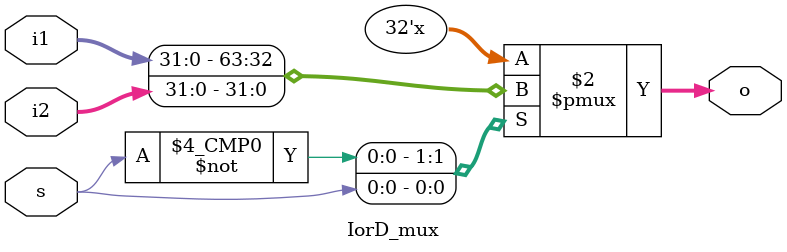
<source format=v>
`timescale 1ns / 1ps


module IorD_mux(
    input s,
    input [31:0] i1,
    input [31:0] i2,
    output reg [31:0] o
    );
    always@(*)
      begin
        case (s)
          1'b0: o = i1;
          1'b1: o = i2;
        endcase
      end
endmodule

</source>
